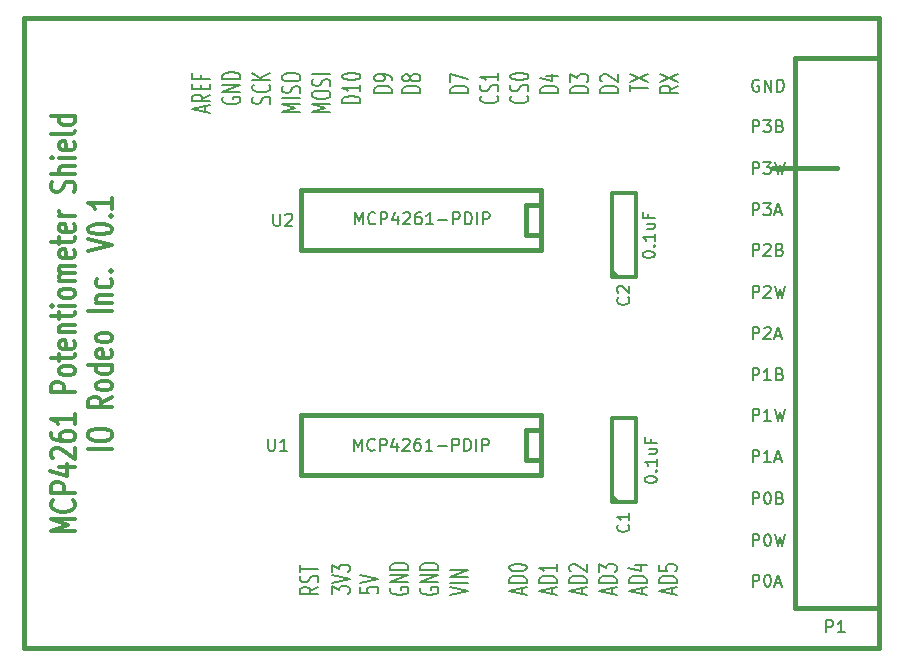
<source format=gto>
G04 (created by PCBNEW (2013-mar-13)-testing) date Sat 24 Aug 2013 07:59:04 PM PDT*
%MOIN*%
G04 Gerber Fmt 3.4, Leading zero omitted, Abs format*
%FSLAX34Y34*%
G01*
G70*
G90*
G04 APERTURE LIST*
%ADD10C,0.005906*%
%ADD11C,0.008000*%
%ADD12C,0.015000*%
%ADD13C,0.012000*%
G04 APERTURE END LIST*
G54D10*
G54D11*
X34295Y-27955D02*
X34295Y-27555D01*
X34447Y-27555D01*
X34485Y-27575D01*
X34504Y-27594D01*
X34523Y-27632D01*
X34523Y-27689D01*
X34504Y-27727D01*
X34485Y-27746D01*
X34447Y-27765D01*
X34295Y-27765D01*
X34771Y-27555D02*
X34809Y-27555D01*
X34847Y-27575D01*
X34866Y-27594D01*
X34885Y-27632D01*
X34904Y-27708D01*
X34904Y-27803D01*
X34885Y-27879D01*
X34866Y-27917D01*
X34847Y-27936D01*
X34809Y-27955D01*
X34771Y-27955D01*
X34733Y-27936D01*
X34714Y-27917D01*
X34695Y-27879D01*
X34676Y-27803D01*
X34676Y-27708D01*
X34695Y-27632D01*
X34714Y-27594D01*
X34733Y-27575D01*
X34771Y-27555D01*
X35057Y-27841D02*
X35247Y-27841D01*
X35019Y-27955D02*
X35152Y-27555D01*
X35285Y-27955D01*
X34295Y-26605D02*
X34295Y-26205D01*
X34447Y-26205D01*
X34485Y-26225D01*
X34504Y-26244D01*
X34523Y-26282D01*
X34523Y-26339D01*
X34504Y-26377D01*
X34485Y-26396D01*
X34447Y-26415D01*
X34295Y-26415D01*
X34771Y-26205D02*
X34809Y-26205D01*
X34847Y-26225D01*
X34866Y-26244D01*
X34885Y-26282D01*
X34904Y-26358D01*
X34904Y-26453D01*
X34885Y-26529D01*
X34866Y-26567D01*
X34847Y-26586D01*
X34809Y-26605D01*
X34771Y-26605D01*
X34733Y-26586D01*
X34714Y-26567D01*
X34695Y-26529D01*
X34676Y-26453D01*
X34676Y-26358D01*
X34695Y-26282D01*
X34714Y-26244D01*
X34733Y-26225D01*
X34771Y-26205D01*
X35038Y-26205D02*
X35133Y-26605D01*
X35209Y-26320D01*
X35285Y-26605D01*
X35380Y-26205D01*
X34295Y-25205D02*
X34295Y-24805D01*
X34447Y-24805D01*
X34485Y-24825D01*
X34504Y-24844D01*
X34523Y-24882D01*
X34523Y-24939D01*
X34504Y-24977D01*
X34485Y-24996D01*
X34447Y-25015D01*
X34295Y-25015D01*
X34771Y-24805D02*
X34809Y-24805D01*
X34847Y-24825D01*
X34866Y-24844D01*
X34885Y-24882D01*
X34904Y-24958D01*
X34904Y-25053D01*
X34885Y-25129D01*
X34866Y-25167D01*
X34847Y-25186D01*
X34809Y-25205D01*
X34771Y-25205D01*
X34733Y-25186D01*
X34714Y-25167D01*
X34695Y-25129D01*
X34676Y-25053D01*
X34676Y-24958D01*
X34695Y-24882D01*
X34714Y-24844D01*
X34733Y-24825D01*
X34771Y-24805D01*
X35209Y-24996D02*
X35266Y-25015D01*
X35285Y-25034D01*
X35304Y-25072D01*
X35304Y-25129D01*
X35285Y-25167D01*
X35266Y-25186D01*
X35228Y-25205D01*
X35076Y-25205D01*
X35076Y-24805D01*
X35209Y-24805D01*
X35247Y-24825D01*
X35266Y-24844D01*
X35285Y-24882D01*
X35285Y-24920D01*
X35266Y-24958D01*
X35247Y-24977D01*
X35209Y-24996D01*
X35076Y-24996D01*
X34295Y-23805D02*
X34295Y-23405D01*
X34447Y-23405D01*
X34485Y-23425D01*
X34504Y-23444D01*
X34523Y-23482D01*
X34523Y-23539D01*
X34504Y-23577D01*
X34485Y-23596D01*
X34447Y-23615D01*
X34295Y-23615D01*
X34904Y-23805D02*
X34676Y-23805D01*
X34790Y-23805D02*
X34790Y-23405D01*
X34752Y-23463D01*
X34714Y-23501D01*
X34676Y-23520D01*
X35057Y-23691D02*
X35247Y-23691D01*
X35019Y-23805D02*
X35152Y-23405D01*
X35285Y-23805D01*
X34295Y-22430D02*
X34295Y-22030D01*
X34447Y-22030D01*
X34485Y-22050D01*
X34504Y-22069D01*
X34523Y-22107D01*
X34523Y-22164D01*
X34504Y-22202D01*
X34485Y-22221D01*
X34447Y-22240D01*
X34295Y-22240D01*
X34904Y-22430D02*
X34676Y-22430D01*
X34790Y-22430D02*
X34790Y-22030D01*
X34752Y-22088D01*
X34714Y-22126D01*
X34676Y-22145D01*
X35038Y-22030D02*
X35133Y-22430D01*
X35209Y-22145D01*
X35285Y-22430D01*
X35380Y-22030D01*
X34295Y-21080D02*
X34295Y-20680D01*
X34447Y-20680D01*
X34485Y-20700D01*
X34504Y-20719D01*
X34523Y-20757D01*
X34523Y-20814D01*
X34504Y-20852D01*
X34485Y-20871D01*
X34447Y-20890D01*
X34295Y-20890D01*
X34904Y-21080D02*
X34676Y-21080D01*
X34790Y-21080D02*
X34790Y-20680D01*
X34752Y-20738D01*
X34714Y-20776D01*
X34676Y-20795D01*
X35209Y-20871D02*
X35266Y-20890D01*
X35285Y-20909D01*
X35304Y-20947D01*
X35304Y-21004D01*
X35285Y-21042D01*
X35266Y-21061D01*
X35228Y-21080D01*
X35076Y-21080D01*
X35076Y-20680D01*
X35209Y-20680D01*
X35247Y-20700D01*
X35266Y-20719D01*
X35285Y-20757D01*
X35285Y-20795D01*
X35266Y-20833D01*
X35247Y-20852D01*
X35209Y-20871D01*
X35076Y-20871D01*
X34295Y-19705D02*
X34295Y-19305D01*
X34447Y-19305D01*
X34485Y-19325D01*
X34504Y-19344D01*
X34523Y-19382D01*
X34523Y-19439D01*
X34504Y-19477D01*
X34485Y-19496D01*
X34447Y-19515D01*
X34295Y-19515D01*
X34676Y-19344D02*
X34695Y-19325D01*
X34733Y-19305D01*
X34828Y-19305D01*
X34866Y-19325D01*
X34885Y-19344D01*
X34904Y-19382D01*
X34904Y-19420D01*
X34885Y-19477D01*
X34657Y-19705D01*
X34904Y-19705D01*
X35057Y-19591D02*
X35247Y-19591D01*
X35019Y-19705D02*
X35152Y-19305D01*
X35285Y-19705D01*
X34295Y-18330D02*
X34295Y-17930D01*
X34447Y-17930D01*
X34485Y-17950D01*
X34504Y-17969D01*
X34523Y-18007D01*
X34523Y-18064D01*
X34504Y-18102D01*
X34485Y-18121D01*
X34447Y-18140D01*
X34295Y-18140D01*
X34676Y-17969D02*
X34695Y-17950D01*
X34733Y-17930D01*
X34828Y-17930D01*
X34866Y-17950D01*
X34885Y-17969D01*
X34904Y-18007D01*
X34904Y-18045D01*
X34885Y-18102D01*
X34657Y-18330D01*
X34904Y-18330D01*
X35038Y-17930D02*
X35133Y-18330D01*
X35209Y-18045D01*
X35285Y-18330D01*
X35380Y-17930D01*
X34295Y-16930D02*
X34295Y-16530D01*
X34447Y-16530D01*
X34485Y-16550D01*
X34504Y-16569D01*
X34523Y-16607D01*
X34523Y-16664D01*
X34504Y-16702D01*
X34485Y-16721D01*
X34447Y-16740D01*
X34295Y-16740D01*
X34676Y-16569D02*
X34695Y-16550D01*
X34733Y-16530D01*
X34828Y-16530D01*
X34866Y-16550D01*
X34885Y-16569D01*
X34904Y-16607D01*
X34904Y-16645D01*
X34885Y-16702D01*
X34657Y-16930D01*
X34904Y-16930D01*
X35209Y-16721D02*
X35266Y-16740D01*
X35285Y-16759D01*
X35304Y-16797D01*
X35304Y-16854D01*
X35285Y-16892D01*
X35266Y-16911D01*
X35228Y-16930D01*
X35076Y-16930D01*
X35076Y-16530D01*
X35209Y-16530D01*
X35247Y-16550D01*
X35266Y-16569D01*
X35285Y-16607D01*
X35285Y-16645D01*
X35266Y-16683D01*
X35247Y-16702D01*
X35209Y-16721D01*
X35076Y-16721D01*
X34295Y-15580D02*
X34295Y-15180D01*
X34447Y-15180D01*
X34485Y-15200D01*
X34504Y-15219D01*
X34523Y-15257D01*
X34523Y-15314D01*
X34504Y-15352D01*
X34485Y-15371D01*
X34447Y-15390D01*
X34295Y-15390D01*
X34657Y-15180D02*
X34904Y-15180D01*
X34771Y-15333D01*
X34828Y-15333D01*
X34866Y-15352D01*
X34885Y-15371D01*
X34904Y-15409D01*
X34904Y-15504D01*
X34885Y-15542D01*
X34866Y-15561D01*
X34828Y-15580D01*
X34714Y-15580D01*
X34676Y-15561D01*
X34657Y-15542D01*
X35057Y-15466D02*
X35247Y-15466D01*
X35019Y-15580D02*
X35152Y-15180D01*
X35285Y-15580D01*
X34295Y-14205D02*
X34295Y-13805D01*
X34447Y-13805D01*
X34485Y-13825D01*
X34504Y-13844D01*
X34523Y-13882D01*
X34523Y-13939D01*
X34504Y-13977D01*
X34485Y-13996D01*
X34447Y-14015D01*
X34295Y-14015D01*
X34657Y-13805D02*
X34904Y-13805D01*
X34771Y-13958D01*
X34828Y-13958D01*
X34866Y-13977D01*
X34885Y-13996D01*
X34904Y-14034D01*
X34904Y-14129D01*
X34885Y-14167D01*
X34866Y-14186D01*
X34828Y-14205D01*
X34714Y-14205D01*
X34676Y-14186D01*
X34657Y-14167D01*
X35038Y-13805D02*
X35133Y-14205D01*
X35209Y-13920D01*
X35285Y-14205D01*
X35380Y-13805D01*
X34295Y-12805D02*
X34295Y-12405D01*
X34447Y-12405D01*
X34485Y-12425D01*
X34504Y-12444D01*
X34523Y-12482D01*
X34523Y-12539D01*
X34504Y-12577D01*
X34485Y-12596D01*
X34447Y-12615D01*
X34295Y-12615D01*
X34657Y-12405D02*
X34904Y-12405D01*
X34771Y-12558D01*
X34828Y-12558D01*
X34866Y-12577D01*
X34885Y-12596D01*
X34904Y-12634D01*
X34904Y-12729D01*
X34885Y-12767D01*
X34866Y-12786D01*
X34828Y-12805D01*
X34714Y-12805D01*
X34676Y-12786D01*
X34657Y-12767D01*
X35209Y-12596D02*
X35266Y-12615D01*
X35285Y-12634D01*
X35304Y-12672D01*
X35304Y-12729D01*
X35285Y-12767D01*
X35266Y-12786D01*
X35228Y-12805D01*
X35076Y-12805D01*
X35076Y-12405D01*
X35209Y-12405D01*
X35247Y-12425D01*
X35266Y-12444D01*
X35285Y-12482D01*
X35285Y-12520D01*
X35266Y-12558D01*
X35247Y-12577D01*
X35209Y-12596D01*
X35076Y-12596D01*
G54D12*
X37120Y-13990D02*
X34960Y-13990D01*
G54D11*
X34504Y-11075D02*
X34466Y-11055D01*
X34409Y-11055D01*
X34352Y-11075D01*
X34314Y-11113D01*
X34295Y-11151D01*
X34276Y-11227D01*
X34276Y-11284D01*
X34295Y-11360D01*
X34314Y-11398D01*
X34352Y-11436D01*
X34409Y-11455D01*
X34447Y-11455D01*
X34504Y-11436D01*
X34523Y-11417D01*
X34523Y-11284D01*
X34447Y-11284D01*
X34695Y-11455D02*
X34695Y-11055D01*
X34923Y-11455D01*
X34923Y-11055D01*
X35114Y-11455D02*
X35114Y-11055D01*
X35209Y-11055D01*
X35266Y-11075D01*
X35304Y-11113D01*
X35323Y-11151D01*
X35342Y-11227D01*
X35342Y-11284D01*
X35323Y-11360D01*
X35304Y-11398D01*
X35266Y-11436D01*
X35209Y-11455D01*
X35114Y-11455D01*
G54D13*
X11711Y-26114D02*
X10911Y-26114D01*
X11483Y-25914D01*
X10911Y-25714D01*
X11711Y-25714D01*
X11635Y-25085D02*
X11673Y-25114D01*
X11711Y-25200D01*
X11711Y-25257D01*
X11673Y-25342D01*
X11597Y-25400D01*
X11521Y-25428D01*
X11369Y-25457D01*
X11254Y-25457D01*
X11102Y-25428D01*
X11026Y-25400D01*
X10950Y-25342D01*
X10911Y-25257D01*
X10911Y-25200D01*
X10950Y-25114D01*
X10988Y-25085D01*
X11711Y-24828D02*
X10911Y-24828D01*
X10911Y-24600D01*
X10950Y-24542D01*
X10988Y-24514D01*
X11064Y-24485D01*
X11178Y-24485D01*
X11254Y-24514D01*
X11292Y-24542D01*
X11330Y-24600D01*
X11330Y-24828D01*
X11178Y-23971D02*
X11711Y-23971D01*
X10873Y-24114D02*
X11445Y-24257D01*
X11445Y-23885D01*
X10988Y-23685D02*
X10950Y-23657D01*
X10911Y-23600D01*
X10911Y-23457D01*
X10950Y-23400D01*
X10988Y-23371D01*
X11064Y-23342D01*
X11140Y-23342D01*
X11254Y-23371D01*
X11711Y-23714D01*
X11711Y-23342D01*
X10911Y-22828D02*
X10911Y-22942D01*
X10950Y-23000D01*
X10988Y-23028D01*
X11102Y-23085D01*
X11254Y-23114D01*
X11559Y-23114D01*
X11635Y-23085D01*
X11673Y-23057D01*
X11711Y-23000D01*
X11711Y-22885D01*
X11673Y-22828D01*
X11635Y-22800D01*
X11559Y-22771D01*
X11369Y-22771D01*
X11292Y-22800D01*
X11254Y-22828D01*
X11216Y-22885D01*
X11216Y-23000D01*
X11254Y-23057D01*
X11292Y-23085D01*
X11369Y-23114D01*
X11711Y-22200D02*
X11711Y-22542D01*
X11711Y-22371D02*
X10911Y-22371D01*
X11026Y-22428D01*
X11102Y-22485D01*
X11140Y-22542D01*
X11711Y-21485D02*
X10911Y-21485D01*
X10911Y-21257D01*
X10950Y-21200D01*
X10988Y-21171D01*
X11064Y-21142D01*
X11178Y-21142D01*
X11254Y-21171D01*
X11292Y-21200D01*
X11330Y-21257D01*
X11330Y-21485D01*
X11711Y-20800D02*
X11673Y-20857D01*
X11635Y-20885D01*
X11559Y-20914D01*
X11330Y-20914D01*
X11254Y-20885D01*
X11216Y-20857D01*
X11178Y-20800D01*
X11178Y-20714D01*
X11216Y-20657D01*
X11254Y-20628D01*
X11330Y-20600D01*
X11559Y-20600D01*
X11635Y-20628D01*
X11673Y-20657D01*
X11711Y-20714D01*
X11711Y-20800D01*
X11178Y-20428D02*
X11178Y-20200D01*
X10911Y-20342D02*
X11597Y-20342D01*
X11673Y-20314D01*
X11711Y-20257D01*
X11711Y-20200D01*
X11673Y-19771D02*
X11711Y-19828D01*
X11711Y-19942D01*
X11673Y-20000D01*
X11597Y-20028D01*
X11292Y-20028D01*
X11216Y-20000D01*
X11178Y-19942D01*
X11178Y-19828D01*
X11216Y-19771D01*
X11292Y-19742D01*
X11369Y-19742D01*
X11445Y-20028D01*
X11178Y-19485D02*
X11711Y-19485D01*
X11254Y-19485D02*
X11216Y-19457D01*
X11178Y-19400D01*
X11178Y-19314D01*
X11216Y-19257D01*
X11292Y-19228D01*
X11711Y-19228D01*
X11178Y-19028D02*
X11178Y-18800D01*
X10911Y-18942D02*
X11597Y-18942D01*
X11673Y-18914D01*
X11711Y-18857D01*
X11711Y-18800D01*
X11711Y-18600D02*
X11178Y-18600D01*
X10911Y-18600D02*
X10950Y-18628D01*
X10988Y-18600D01*
X10950Y-18571D01*
X10911Y-18600D01*
X10988Y-18600D01*
X11711Y-18228D02*
X11673Y-18285D01*
X11635Y-18314D01*
X11559Y-18342D01*
X11330Y-18342D01*
X11254Y-18314D01*
X11216Y-18285D01*
X11178Y-18228D01*
X11178Y-18142D01*
X11216Y-18085D01*
X11254Y-18057D01*
X11330Y-18028D01*
X11559Y-18028D01*
X11635Y-18057D01*
X11673Y-18085D01*
X11711Y-18142D01*
X11711Y-18228D01*
X11711Y-17771D02*
X11178Y-17771D01*
X11254Y-17771D02*
X11216Y-17742D01*
X11178Y-17685D01*
X11178Y-17600D01*
X11216Y-17542D01*
X11292Y-17514D01*
X11711Y-17514D01*
X11292Y-17514D02*
X11216Y-17485D01*
X11178Y-17428D01*
X11178Y-17342D01*
X11216Y-17285D01*
X11292Y-17257D01*
X11711Y-17257D01*
X11673Y-16742D02*
X11711Y-16800D01*
X11711Y-16914D01*
X11673Y-16971D01*
X11597Y-17000D01*
X11292Y-17000D01*
X11216Y-16971D01*
X11178Y-16914D01*
X11178Y-16800D01*
X11216Y-16742D01*
X11292Y-16714D01*
X11369Y-16714D01*
X11445Y-17000D01*
X11178Y-16542D02*
X11178Y-16314D01*
X10911Y-16457D02*
X11597Y-16457D01*
X11673Y-16428D01*
X11711Y-16371D01*
X11711Y-16314D01*
X11673Y-15885D02*
X11711Y-15942D01*
X11711Y-16057D01*
X11673Y-16114D01*
X11597Y-16142D01*
X11292Y-16142D01*
X11216Y-16114D01*
X11178Y-16057D01*
X11178Y-15942D01*
X11216Y-15885D01*
X11292Y-15857D01*
X11369Y-15857D01*
X11445Y-16142D01*
X11711Y-15600D02*
X11178Y-15600D01*
X11330Y-15600D02*
X11254Y-15571D01*
X11216Y-15542D01*
X11178Y-15485D01*
X11178Y-15428D01*
X11673Y-14799D02*
X11711Y-14714D01*
X11711Y-14571D01*
X11673Y-14514D01*
X11635Y-14485D01*
X11559Y-14457D01*
X11483Y-14457D01*
X11407Y-14485D01*
X11369Y-14514D01*
X11330Y-14571D01*
X11292Y-14685D01*
X11254Y-14742D01*
X11216Y-14771D01*
X11140Y-14799D01*
X11064Y-14799D01*
X10988Y-14771D01*
X10950Y-14742D01*
X10911Y-14685D01*
X10911Y-14542D01*
X10950Y-14457D01*
X11711Y-14199D02*
X10911Y-14199D01*
X11711Y-13942D02*
X11292Y-13942D01*
X11216Y-13971D01*
X11178Y-14028D01*
X11178Y-14114D01*
X11216Y-14171D01*
X11254Y-14199D01*
X11711Y-13657D02*
X11178Y-13657D01*
X10911Y-13657D02*
X10950Y-13685D01*
X10988Y-13657D01*
X10950Y-13628D01*
X10911Y-13657D01*
X10988Y-13657D01*
X11673Y-13142D02*
X11711Y-13199D01*
X11711Y-13314D01*
X11673Y-13371D01*
X11597Y-13399D01*
X11292Y-13399D01*
X11216Y-13371D01*
X11178Y-13314D01*
X11178Y-13199D01*
X11216Y-13142D01*
X11292Y-13114D01*
X11369Y-13114D01*
X11445Y-13399D01*
X11711Y-12771D02*
X11673Y-12828D01*
X11597Y-12857D01*
X10911Y-12857D01*
X11711Y-12285D02*
X10911Y-12285D01*
X11673Y-12285D02*
X11711Y-12342D01*
X11711Y-12457D01*
X11673Y-12514D01*
X11635Y-12542D01*
X11559Y-12571D01*
X11330Y-12571D01*
X11254Y-12542D01*
X11216Y-12514D01*
X11178Y-12457D01*
X11178Y-12342D01*
X11216Y-12285D01*
X12951Y-23357D02*
X12151Y-23357D01*
X12151Y-22957D02*
X12151Y-22842D01*
X12190Y-22785D01*
X12266Y-22728D01*
X12418Y-22700D01*
X12685Y-22700D01*
X12837Y-22728D01*
X12913Y-22785D01*
X12951Y-22842D01*
X12951Y-22957D01*
X12913Y-23014D01*
X12837Y-23071D01*
X12685Y-23100D01*
X12418Y-23100D01*
X12266Y-23071D01*
X12190Y-23014D01*
X12151Y-22957D01*
X12951Y-21642D02*
X12570Y-21842D01*
X12951Y-21985D02*
X12151Y-21985D01*
X12151Y-21757D01*
X12190Y-21700D01*
X12228Y-21671D01*
X12304Y-21642D01*
X12418Y-21642D01*
X12494Y-21671D01*
X12532Y-21700D01*
X12570Y-21757D01*
X12570Y-21985D01*
X12951Y-21300D02*
X12913Y-21357D01*
X12875Y-21385D01*
X12799Y-21414D01*
X12570Y-21414D01*
X12494Y-21385D01*
X12456Y-21357D01*
X12418Y-21300D01*
X12418Y-21214D01*
X12456Y-21157D01*
X12494Y-21128D01*
X12570Y-21100D01*
X12799Y-21100D01*
X12875Y-21128D01*
X12913Y-21157D01*
X12951Y-21214D01*
X12951Y-21300D01*
X12951Y-20585D02*
X12151Y-20585D01*
X12913Y-20585D02*
X12951Y-20642D01*
X12951Y-20757D01*
X12913Y-20814D01*
X12875Y-20842D01*
X12799Y-20871D01*
X12570Y-20871D01*
X12494Y-20842D01*
X12456Y-20814D01*
X12418Y-20757D01*
X12418Y-20642D01*
X12456Y-20585D01*
X12913Y-20071D02*
X12951Y-20128D01*
X12951Y-20242D01*
X12913Y-20300D01*
X12837Y-20328D01*
X12532Y-20328D01*
X12456Y-20300D01*
X12418Y-20242D01*
X12418Y-20128D01*
X12456Y-20071D01*
X12532Y-20042D01*
X12609Y-20042D01*
X12685Y-20328D01*
X12951Y-19700D02*
X12913Y-19757D01*
X12875Y-19785D01*
X12799Y-19814D01*
X12570Y-19814D01*
X12494Y-19785D01*
X12456Y-19757D01*
X12418Y-19700D01*
X12418Y-19614D01*
X12456Y-19557D01*
X12494Y-19528D01*
X12570Y-19500D01*
X12799Y-19500D01*
X12875Y-19528D01*
X12913Y-19557D01*
X12951Y-19614D01*
X12951Y-19700D01*
X12951Y-18785D02*
X12151Y-18785D01*
X12418Y-18500D02*
X12951Y-18500D01*
X12494Y-18500D02*
X12456Y-18471D01*
X12418Y-18414D01*
X12418Y-18328D01*
X12456Y-18271D01*
X12532Y-18242D01*
X12951Y-18242D01*
X12913Y-17700D02*
X12951Y-17757D01*
X12951Y-17871D01*
X12913Y-17928D01*
X12875Y-17957D01*
X12799Y-17985D01*
X12570Y-17985D01*
X12494Y-17957D01*
X12456Y-17928D01*
X12418Y-17871D01*
X12418Y-17757D01*
X12456Y-17700D01*
X12875Y-17442D02*
X12913Y-17414D01*
X12951Y-17442D01*
X12913Y-17471D01*
X12875Y-17442D01*
X12951Y-17442D01*
X12151Y-16785D02*
X12951Y-16585D01*
X12151Y-16385D01*
X12151Y-16071D02*
X12151Y-16014D01*
X12190Y-15957D01*
X12228Y-15928D01*
X12304Y-15900D01*
X12456Y-15871D01*
X12647Y-15871D01*
X12799Y-15900D01*
X12875Y-15928D01*
X12913Y-15957D01*
X12951Y-16014D01*
X12951Y-16071D01*
X12913Y-16128D01*
X12875Y-16157D01*
X12799Y-16185D01*
X12647Y-16214D01*
X12456Y-16214D01*
X12304Y-16185D01*
X12228Y-16157D01*
X12190Y-16128D01*
X12151Y-16071D01*
X12875Y-15614D02*
X12913Y-15585D01*
X12951Y-15614D01*
X12913Y-15642D01*
X12875Y-15614D01*
X12951Y-15614D01*
X12951Y-15014D02*
X12951Y-15357D01*
X12951Y-15185D02*
X12151Y-15185D01*
X12266Y-15242D01*
X12342Y-15300D01*
X12380Y-15357D01*
G54D11*
X31600Y-28185D02*
X31600Y-27995D01*
X31771Y-28223D02*
X31171Y-28090D01*
X31771Y-27957D01*
X31771Y-27823D02*
X31171Y-27823D01*
X31171Y-27728D01*
X31200Y-27671D01*
X31257Y-27633D01*
X31314Y-27614D01*
X31428Y-27595D01*
X31514Y-27595D01*
X31628Y-27614D01*
X31685Y-27633D01*
X31742Y-27671D01*
X31771Y-27728D01*
X31771Y-27823D01*
X31171Y-27233D02*
X31171Y-27423D01*
X31457Y-27442D01*
X31428Y-27423D01*
X31400Y-27385D01*
X31400Y-27290D01*
X31428Y-27252D01*
X31457Y-27233D01*
X31514Y-27214D01*
X31657Y-27214D01*
X31714Y-27233D01*
X31742Y-27252D01*
X31771Y-27290D01*
X31771Y-27385D01*
X31742Y-27423D01*
X31714Y-27442D01*
X30600Y-28185D02*
X30600Y-27995D01*
X30771Y-28223D02*
X30171Y-28090D01*
X30771Y-27957D01*
X30771Y-27823D02*
X30171Y-27823D01*
X30171Y-27728D01*
X30200Y-27671D01*
X30257Y-27633D01*
X30314Y-27614D01*
X30428Y-27595D01*
X30514Y-27595D01*
X30628Y-27614D01*
X30685Y-27633D01*
X30742Y-27671D01*
X30771Y-27728D01*
X30771Y-27823D01*
X30371Y-27252D02*
X30771Y-27252D01*
X30142Y-27347D02*
X30571Y-27442D01*
X30571Y-27195D01*
X29600Y-28185D02*
X29600Y-27995D01*
X29771Y-28223D02*
X29171Y-28090D01*
X29771Y-27957D01*
X29771Y-27823D02*
X29171Y-27823D01*
X29171Y-27728D01*
X29200Y-27671D01*
X29257Y-27633D01*
X29314Y-27614D01*
X29428Y-27595D01*
X29514Y-27595D01*
X29628Y-27614D01*
X29685Y-27633D01*
X29742Y-27671D01*
X29771Y-27728D01*
X29771Y-27823D01*
X29171Y-27461D02*
X29171Y-27214D01*
X29400Y-27347D01*
X29400Y-27290D01*
X29428Y-27252D01*
X29457Y-27233D01*
X29514Y-27214D01*
X29657Y-27214D01*
X29714Y-27233D01*
X29742Y-27252D01*
X29771Y-27290D01*
X29771Y-27404D01*
X29742Y-27442D01*
X29714Y-27461D01*
X28600Y-28185D02*
X28600Y-27995D01*
X28771Y-28223D02*
X28171Y-28090D01*
X28771Y-27957D01*
X28771Y-27823D02*
X28171Y-27823D01*
X28171Y-27728D01*
X28200Y-27671D01*
X28257Y-27633D01*
X28314Y-27614D01*
X28428Y-27595D01*
X28514Y-27595D01*
X28628Y-27614D01*
X28685Y-27633D01*
X28742Y-27671D01*
X28771Y-27728D01*
X28771Y-27823D01*
X28228Y-27442D02*
X28200Y-27423D01*
X28171Y-27385D01*
X28171Y-27290D01*
X28200Y-27252D01*
X28228Y-27233D01*
X28285Y-27214D01*
X28342Y-27214D01*
X28428Y-27233D01*
X28771Y-27461D01*
X28771Y-27214D01*
X27600Y-28185D02*
X27600Y-27995D01*
X27771Y-28223D02*
X27171Y-28090D01*
X27771Y-27957D01*
X27771Y-27823D02*
X27171Y-27823D01*
X27171Y-27728D01*
X27200Y-27671D01*
X27257Y-27633D01*
X27314Y-27614D01*
X27428Y-27595D01*
X27514Y-27595D01*
X27628Y-27614D01*
X27685Y-27633D01*
X27742Y-27671D01*
X27771Y-27728D01*
X27771Y-27823D01*
X27771Y-27214D02*
X27771Y-27442D01*
X27771Y-27328D02*
X27171Y-27328D01*
X27257Y-27366D01*
X27314Y-27404D01*
X27342Y-27442D01*
X26600Y-28185D02*
X26600Y-27995D01*
X26771Y-28223D02*
X26171Y-28090D01*
X26771Y-27957D01*
X26771Y-27823D02*
X26171Y-27823D01*
X26171Y-27728D01*
X26200Y-27671D01*
X26257Y-27633D01*
X26314Y-27614D01*
X26428Y-27595D01*
X26514Y-27595D01*
X26628Y-27614D01*
X26685Y-27633D01*
X26742Y-27671D01*
X26771Y-27728D01*
X26771Y-27823D01*
X26171Y-27347D02*
X26171Y-27309D01*
X26200Y-27271D01*
X26228Y-27252D01*
X26285Y-27233D01*
X26400Y-27214D01*
X26542Y-27214D01*
X26657Y-27233D01*
X26714Y-27252D01*
X26742Y-27271D01*
X26771Y-27309D01*
X26771Y-27347D01*
X26742Y-27385D01*
X26714Y-27404D01*
X26657Y-27423D01*
X26542Y-27442D01*
X26400Y-27442D01*
X26285Y-27423D01*
X26228Y-27404D01*
X26200Y-27385D01*
X26171Y-27347D01*
X24221Y-28238D02*
X24821Y-28104D01*
X24221Y-27971D01*
X24821Y-27838D02*
X24221Y-27838D01*
X24821Y-27647D02*
X24221Y-27647D01*
X24821Y-27419D01*
X24221Y-27419D01*
X23250Y-28004D02*
X23221Y-28042D01*
X23221Y-28100D01*
X23250Y-28157D01*
X23307Y-28195D01*
X23364Y-28214D01*
X23478Y-28233D01*
X23564Y-28233D01*
X23678Y-28214D01*
X23735Y-28195D01*
X23792Y-28157D01*
X23821Y-28100D01*
X23821Y-28061D01*
X23792Y-28004D01*
X23764Y-27985D01*
X23564Y-27985D01*
X23564Y-28061D01*
X23821Y-27814D02*
X23221Y-27814D01*
X23821Y-27585D01*
X23221Y-27585D01*
X23821Y-27395D02*
X23221Y-27395D01*
X23221Y-27299D01*
X23250Y-27242D01*
X23307Y-27204D01*
X23364Y-27185D01*
X23478Y-27166D01*
X23564Y-27166D01*
X23678Y-27185D01*
X23735Y-27204D01*
X23792Y-27242D01*
X23821Y-27299D01*
X23821Y-27395D01*
X22250Y-28004D02*
X22221Y-28042D01*
X22221Y-28100D01*
X22250Y-28157D01*
X22307Y-28195D01*
X22364Y-28214D01*
X22478Y-28233D01*
X22564Y-28233D01*
X22678Y-28214D01*
X22735Y-28195D01*
X22792Y-28157D01*
X22821Y-28100D01*
X22821Y-28061D01*
X22792Y-28004D01*
X22764Y-27985D01*
X22564Y-27985D01*
X22564Y-28061D01*
X22821Y-27814D02*
X22221Y-27814D01*
X22821Y-27585D01*
X22221Y-27585D01*
X22821Y-27395D02*
X22221Y-27395D01*
X22221Y-27299D01*
X22250Y-27242D01*
X22307Y-27204D01*
X22364Y-27185D01*
X22478Y-27166D01*
X22564Y-27166D01*
X22678Y-27185D01*
X22735Y-27204D01*
X22792Y-27242D01*
X22821Y-27299D01*
X22821Y-27395D01*
X21221Y-27976D02*
X21221Y-28166D01*
X21507Y-28185D01*
X21478Y-28166D01*
X21450Y-28128D01*
X21450Y-28033D01*
X21478Y-27995D01*
X21507Y-27976D01*
X21564Y-27957D01*
X21707Y-27957D01*
X21764Y-27976D01*
X21792Y-27995D01*
X21821Y-28033D01*
X21821Y-28128D01*
X21792Y-28166D01*
X21764Y-28185D01*
X21221Y-27842D02*
X21821Y-27709D01*
X21221Y-27576D01*
X20271Y-28195D02*
X20271Y-27947D01*
X20500Y-28080D01*
X20500Y-28023D01*
X20528Y-27985D01*
X20557Y-27966D01*
X20614Y-27947D01*
X20757Y-27947D01*
X20814Y-27966D01*
X20842Y-27985D01*
X20871Y-28023D01*
X20871Y-28138D01*
X20842Y-28176D01*
X20814Y-28195D01*
X20271Y-27833D02*
X20871Y-27699D01*
X20271Y-27566D01*
X20271Y-27471D02*
X20271Y-27223D01*
X20500Y-27357D01*
X20500Y-27300D01*
X20528Y-27261D01*
X20557Y-27242D01*
X20614Y-27223D01*
X20757Y-27223D01*
X20814Y-27242D01*
X20842Y-27261D01*
X20871Y-27300D01*
X20871Y-27414D01*
X20842Y-27452D01*
X20814Y-27471D01*
X19821Y-27969D02*
X19535Y-28102D01*
X19821Y-28197D02*
X19221Y-28197D01*
X19221Y-28045D01*
X19250Y-28007D01*
X19278Y-27988D01*
X19335Y-27969D01*
X19421Y-27969D01*
X19478Y-27988D01*
X19507Y-28007D01*
X19535Y-28045D01*
X19535Y-28197D01*
X19792Y-27816D02*
X19821Y-27759D01*
X19821Y-27664D01*
X19792Y-27626D01*
X19764Y-27607D01*
X19707Y-27588D01*
X19650Y-27588D01*
X19592Y-27607D01*
X19564Y-27626D01*
X19535Y-27664D01*
X19507Y-27740D01*
X19478Y-27778D01*
X19450Y-27797D01*
X19392Y-27816D01*
X19335Y-27816D01*
X19278Y-27797D01*
X19250Y-27778D01*
X19221Y-27740D01*
X19221Y-27645D01*
X19250Y-27588D01*
X19221Y-27473D02*
X19221Y-27245D01*
X19821Y-27359D02*
X19221Y-27359D01*
X31821Y-11266D02*
X31535Y-11399D01*
X31821Y-11495D02*
X31221Y-11495D01*
X31221Y-11342D01*
X31250Y-11304D01*
X31278Y-11285D01*
X31335Y-11266D01*
X31421Y-11266D01*
X31478Y-11285D01*
X31507Y-11304D01*
X31535Y-11342D01*
X31535Y-11495D01*
X31221Y-11133D02*
X31821Y-10866D01*
X31221Y-10866D02*
X31821Y-11133D01*
X30221Y-11454D02*
X30221Y-11226D01*
X30821Y-11340D02*
X30221Y-11340D01*
X30221Y-11130D02*
X30821Y-10864D01*
X30221Y-10864D02*
X30821Y-11130D01*
X29821Y-11495D02*
X29221Y-11495D01*
X29221Y-11399D01*
X29250Y-11342D01*
X29307Y-11304D01*
X29364Y-11285D01*
X29478Y-11266D01*
X29564Y-11266D01*
X29678Y-11285D01*
X29735Y-11304D01*
X29792Y-11342D01*
X29821Y-11399D01*
X29821Y-11495D01*
X29278Y-11114D02*
X29250Y-11095D01*
X29221Y-11057D01*
X29221Y-10961D01*
X29250Y-10923D01*
X29278Y-10904D01*
X29335Y-10885D01*
X29392Y-10885D01*
X29478Y-10904D01*
X29821Y-11133D01*
X29821Y-10885D01*
X28821Y-11495D02*
X28221Y-11495D01*
X28221Y-11399D01*
X28250Y-11342D01*
X28307Y-11304D01*
X28364Y-11285D01*
X28478Y-11266D01*
X28564Y-11266D01*
X28678Y-11285D01*
X28735Y-11304D01*
X28792Y-11342D01*
X28821Y-11399D01*
X28821Y-11495D01*
X28221Y-11133D02*
X28221Y-10885D01*
X28450Y-11019D01*
X28450Y-10961D01*
X28478Y-10923D01*
X28507Y-10904D01*
X28564Y-10885D01*
X28707Y-10885D01*
X28764Y-10904D01*
X28792Y-10923D01*
X28821Y-10961D01*
X28821Y-11076D01*
X28792Y-11114D01*
X28764Y-11133D01*
X27821Y-11495D02*
X27221Y-11495D01*
X27221Y-11399D01*
X27250Y-11342D01*
X27307Y-11304D01*
X27364Y-11285D01*
X27478Y-11266D01*
X27564Y-11266D01*
X27678Y-11285D01*
X27735Y-11304D01*
X27792Y-11342D01*
X27821Y-11399D01*
X27821Y-11495D01*
X27421Y-10923D02*
X27821Y-10923D01*
X27192Y-11019D02*
X27621Y-11114D01*
X27621Y-10866D01*
X26764Y-11607D02*
X26792Y-11626D01*
X26821Y-11683D01*
X26821Y-11721D01*
X26792Y-11778D01*
X26735Y-11816D01*
X26678Y-11835D01*
X26564Y-11854D01*
X26478Y-11854D01*
X26364Y-11835D01*
X26307Y-11816D01*
X26250Y-11778D01*
X26221Y-11721D01*
X26221Y-11683D01*
X26250Y-11626D01*
X26278Y-11607D01*
X26792Y-11454D02*
X26821Y-11397D01*
X26821Y-11302D01*
X26792Y-11264D01*
X26764Y-11245D01*
X26707Y-11226D01*
X26650Y-11226D01*
X26592Y-11245D01*
X26564Y-11264D01*
X26535Y-11302D01*
X26507Y-11378D01*
X26478Y-11416D01*
X26450Y-11435D01*
X26392Y-11454D01*
X26335Y-11454D01*
X26278Y-11435D01*
X26250Y-11416D01*
X26221Y-11378D01*
X26221Y-11283D01*
X26250Y-11226D01*
X26221Y-10978D02*
X26221Y-10940D01*
X26250Y-10902D01*
X26278Y-10883D01*
X26335Y-10864D01*
X26450Y-10845D01*
X26592Y-10845D01*
X26707Y-10864D01*
X26764Y-10883D01*
X26792Y-10902D01*
X26821Y-10940D01*
X26821Y-10978D01*
X26792Y-11016D01*
X26764Y-11035D01*
X26707Y-11054D01*
X26592Y-11073D01*
X26450Y-11073D01*
X26335Y-11054D01*
X26278Y-11035D01*
X26250Y-11016D01*
X26221Y-10978D01*
X25764Y-11607D02*
X25792Y-11626D01*
X25821Y-11683D01*
X25821Y-11721D01*
X25792Y-11778D01*
X25735Y-11816D01*
X25678Y-11835D01*
X25564Y-11854D01*
X25478Y-11854D01*
X25364Y-11835D01*
X25307Y-11816D01*
X25250Y-11778D01*
X25221Y-11721D01*
X25221Y-11683D01*
X25250Y-11626D01*
X25278Y-11607D01*
X25792Y-11454D02*
X25821Y-11397D01*
X25821Y-11302D01*
X25792Y-11264D01*
X25764Y-11245D01*
X25707Y-11226D01*
X25650Y-11226D01*
X25592Y-11245D01*
X25564Y-11264D01*
X25535Y-11302D01*
X25507Y-11378D01*
X25478Y-11416D01*
X25450Y-11435D01*
X25392Y-11454D01*
X25335Y-11454D01*
X25278Y-11435D01*
X25250Y-11416D01*
X25221Y-11378D01*
X25221Y-11283D01*
X25250Y-11226D01*
X25821Y-10845D02*
X25821Y-11073D01*
X25821Y-10959D02*
X25221Y-10959D01*
X25307Y-10997D01*
X25364Y-11035D01*
X25392Y-11073D01*
X24821Y-11495D02*
X24221Y-11495D01*
X24221Y-11399D01*
X24250Y-11342D01*
X24307Y-11304D01*
X24364Y-11285D01*
X24478Y-11266D01*
X24564Y-11266D01*
X24678Y-11285D01*
X24735Y-11304D01*
X24792Y-11342D01*
X24821Y-11399D01*
X24821Y-11495D01*
X24221Y-11133D02*
X24221Y-10866D01*
X24821Y-11038D01*
X23221Y-11495D02*
X22621Y-11495D01*
X22621Y-11399D01*
X22650Y-11342D01*
X22707Y-11304D01*
X22764Y-11285D01*
X22878Y-11266D01*
X22964Y-11266D01*
X23078Y-11285D01*
X23135Y-11304D01*
X23192Y-11342D01*
X23221Y-11399D01*
X23221Y-11495D01*
X22878Y-11038D02*
X22850Y-11076D01*
X22821Y-11095D01*
X22764Y-11114D01*
X22735Y-11114D01*
X22678Y-11095D01*
X22650Y-11076D01*
X22621Y-11038D01*
X22621Y-10961D01*
X22650Y-10923D01*
X22678Y-10904D01*
X22735Y-10885D01*
X22764Y-10885D01*
X22821Y-10904D01*
X22850Y-10923D01*
X22878Y-10961D01*
X22878Y-11038D01*
X22907Y-11076D01*
X22935Y-11095D01*
X22992Y-11114D01*
X23107Y-11114D01*
X23164Y-11095D01*
X23192Y-11076D01*
X23221Y-11038D01*
X23221Y-10961D01*
X23192Y-10923D01*
X23164Y-10904D01*
X23107Y-10885D01*
X22992Y-10885D01*
X22935Y-10904D01*
X22907Y-10923D01*
X22878Y-10961D01*
X22271Y-11495D02*
X21671Y-11495D01*
X21671Y-11399D01*
X21700Y-11342D01*
X21757Y-11304D01*
X21814Y-11285D01*
X21928Y-11266D01*
X22014Y-11266D01*
X22128Y-11285D01*
X22185Y-11304D01*
X22242Y-11342D01*
X22271Y-11399D01*
X22271Y-11495D01*
X22271Y-11076D02*
X22271Y-10999D01*
X22242Y-10961D01*
X22214Y-10942D01*
X22128Y-10904D01*
X22014Y-10885D01*
X21785Y-10885D01*
X21728Y-10904D01*
X21700Y-10923D01*
X21671Y-10961D01*
X21671Y-11038D01*
X21700Y-11076D01*
X21728Y-11095D01*
X21785Y-11114D01*
X21928Y-11114D01*
X21985Y-11095D01*
X22014Y-11076D01*
X22042Y-11038D01*
X22042Y-10961D01*
X22014Y-10923D01*
X21985Y-10904D01*
X21928Y-10885D01*
X21221Y-11835D02*
X20621Y-11835D01*
X20621Y-11740D01*
X20650Y-11683D01*
X20707Y-11645D01*
X20764Y-11626D01*
X20878Y-11607D01*
X20964Y-11607D01*
X21078Y-11626D01*
X21135Y-11645D01*
X21192Y-11683D01*
X21221Y-11740D01*
X21221Y-11835D01*
X21221Y-11226D02*
X21221Y-11454D01*
X21221Y-11340D02*
X20621Y-11340D01*
X20707Y-11378D01*
X20764Y-11416D01*
X20792Y-11454D01*
X20621Y-10978D02*
X20621Y-10940D01*
X20650Y-10902D01*
X20678Y-10883D01*
X20735Y-10864D01*
X20850Y-10845D01*
X20992Y-10845D01*
X21107Y-10864D01*
X21164Y-10883D01*
X21192Y-10902D01*
X21221Y-10940D01*
X21221Y-10978D01*
X21192Y-11016D01*
X21164Y-11035D01*
X21107Y-11054D01*
X20992Y-11073D01*
X20850Y-11073D01*
X20735Y-11054D01*
X20678Y-11035D01*
X20650Y-11016D01*
X20621Y-10978D01*
X20221Y-12128D02*
X19621Y-12128D01*
X20050Y-11995D01*
X19621Y-11861D01*
X20221Y-11861D01*
X19621Y-11595D02*
X19621Y-11519D01*
X19650Y-11480D01*
X19707Y-11442D01*
X19821Y-11423D01*
X20021Y-11423D01*
X20135Y-11442D01*
X20192Y-11480D01*
X20221Y-11519D01*
X20221Y-11595D01*
X20192Y-11633D01*
X20135Y-11671D01*
X20021Y-11690D01*
X19821Y-11690D01*
X19707Y-11671D01*
X19650Y-11633D01*
X19621Y-11595D01*
X20192Y-11271D02*
X20221Y-11214D01*
X20221Y-11119D01*
X20192Y-11080D01*
X20164Y-11061D01*
X20107Y-11042D01*
X20050Y-11042D01*
X19992Y-11061D01*
X19964Y-11080D01*
X19935Y-11119D01*
X19907Y-11195D01*
X19878Y-11233D01*
X19850Y-11252D01*
X19792Y-11271D01*
X19735Y-11271D01*
X19678Y-11252D01*
X19650Y-11233D01*
X19621Y-11195D01*
X19621Y-11100D01*
X19650Y-11042D01*
X20221Y-10871D02*
X19621Y-10871D01*
X19221Y-12128D02*
X18621Y-12128D01*
X19050Y-11995D01*
X18621Y-11861D01*
X19221Y-11861D01*
X19221Y-11671D02*
X18621Y-11671D01*
X19192Y-11499D02*
X19221Y-11442D01*
X19221Y-11347D01*
X19192Y-11309D01*
X19164Y-11290D01*
X19107Y-11271D01*
X19050Y-11271D01*
X18992Y-11290D01*
X18964Y-11309D01*
X18935Y-11347D01*
X18907Y-11423D01*
X18878Y-11461D01*
X18850Y-11480D01*
X18792Y-11499D01*
X18735Y-11499D01*
X18678Y-11480D01*
X18650Y-11461D01*
X18621Y-11423D01*
X18621Y-11328D01*
X18650Y-11271D01*
X18621Y-11023D02*
X18621Y-10947D01*
X18650Y-10909D01*
X18707Y-10871D01*
X18821Y-10852D01*
X19021Y-10852D01*
X19135Y-10871D01*
X19192Y-10909D01*
X19221Y-10947D01*
X19221Y-11023D01*
X19192Y-11061D01*
X19135Y-11099D01*
X19021Y-11119D01*
X18821Y-11119D01*
X18707Y-11099D01*
X18650Y-11061D01*
X18621Y-11023D01*
X18192Y-11864D02*
X18221Y-11807D01*
X18221Y-11711D01*
X18192Y-11673D01*
X18164Y-11654D01*
X18107Y-11635D01*
X18050Y-11635D01*
X17992Y-11654D01*
X17964Y-11673D01*
X17935Y-11711D01*
X17907Y-11788D01*
X17878Y-11826D01*
X17850Y-11845D01*
X17792Y-11864D01*
X17735Y-11864D01*
X17678Y-11845D01*
X17650Y-11826D01*
X17621Y-11788D01*
X17621Y-11692D01*
X17650Y-11635D01*
X18164Y-11235D02*
X18192Y-11254D01*
X18221Y-11311D01*
X18221Y-11350D01*
X18192Y-11407D01*
X18135Y-11445D01*
X18078Y-11464D01*
X17964Y-11483D01*
X17878Y-11483D01*
X17764Y-11464D01*
X17707Y-11445D01*
X17650Y-11407D01*
X17621Y-11350D01*
X17621Y-11311D01*
X17650Y-11254D01*
X17678Y-11235D01*
X18221Y-11064D02*
X17621Y-11064D01*
X18221Y-10835D02*
X17878Y-11007D01*
X17621Y-10835D02*
X17964Y-11064D01*
X16650Y-11654D02*
X16621Y-11692D01*
X16621Y-11750D01*
X16650Y-11807D01*
X16707Y-11845D01*
X16764Y-11864D01*
X16878Y-11883D01*
X16964Y-11883D01*
X17078Y-11864D01*
X17135Y-11845D01*
X17192Y-11807D01*
X17221Y-11750D01*
X17221Y-11711D01*
X17192Y-11654D01*
X17164Y-11635D01*
X16964Y-11635D01*
X16964Y-11711D01*
X17221Y-11464D02*
X16621Y-11464D01*
X17221Y-11235D01*
X16621Y-11235D01*
X17221Y-11045D02*
X16621Y-11045D01*
X16621Y-10949D01*
X16650Y-10892D01*
X16707Y-10854D01*
X16764Y-10835D01*
X16878Y-10816D01*
X16964Y-10816D01*
X17078Y-10835D01*
X17135Y-10854D01*
X17192Y-10892D01*
X17221Y-10949D01*
X17221Y-11045D01*
X16050Y-12147D02*
X16050Y-11957D01*
X16221Y-12185D02*
X15621Y-12052D01*
X16221Y-11919D01*
X16221Y-11557D02*
X15935Y-11690D01*
X16221Y-11785D02*
X15621Y-11785D01*
X15621Y-11633D01*
X15650Y-11595D01*
X15678Y-11576D01*
X15735Y-11557D01*
X15821Y-11557D01*
X15878Y-11576D01*
X15907Y-11595D01*
X15935Y-11633D01*
X15935Y-11785D01*
X15907Y-11385D02*
X15907Y-11252D01*
X16221Y-11195D02*
X16221Y-11385D01*
X15621Y-11385D01*
X15621Y-11195D01*
X15907Y-10890D02*
X15907Y-11023D01*
X16221Y-11023D02*
X15621Y-11023D01*
X15621Y-10833D01*
G54D12*
X38500Y-9000D02*
X38500Y-30000D01*
X37500Y-30000D02*
X38500Y-30000D01*
X37500Y-9000D02*
X38500Y-9000D01*
X37500Y-9000D02*
X10000Y-9000D01*
X10000Y-30000D02*
X37500Y-30000D01*
X10000Y-30000D02*
X10000Y-9000D01*
X27250Y-24250D02*
X19250Y-24250D01*
X19250Y-22250D02*
X27250Y-22250D01*
X27250Y-22250D02*
X27250Y-24250D01*
X27250Y-23750D02*
X26750Y-23750D01*
X26750Y-23750D02*
X26750Y-22750D01*
X26750Y-22750D02*
X27250Y-22750D01*
X19250Y-24250D02*
X19250Y-22250D01*
X27250Y-16750D02*
X19250Y-16750D01*
X19250Y-14750D02*
X27250Y-14750D01*
X27250Y-14750D02*
X27250Y-16750D01*
X27250Y-16250D02*
X26750Y-16250D01*
X26750Y-16250D02*
X26750Y-15250D01*
X26750Y-15250D02*
X27250Y-15250D01*
X19250Y-16750D02*
X19250Y-14750D01*
G54D13*
X29600Y-25150D02*
X29600Y-22350D01*
X29600Y-22350D02*
X30400Y-22350D01*
X30400Y-22350D02*
X30400Y-25150D01*
X30400Y-25150D02*
X29600Y-25150D01*
X29800Y-25150D02*
X29600Y-24950D01*
X29600Y-17650D02*
X29600Y-14850D01*
X29600Y-14850D02*
X30400Y-14850D01*
X30400Y-14850D02*
X30400Y-17650D01*
X30400Y-17650D02*
X29600Y-17650D01*
X29800Y-17650D02*
X29600Y-17450D01*
G54D12*
X35708Y-10326D02*
X35708Y-28673D01*
X38502Y-10327D02*
X38502Y-28673D01*
X35707Y-28674D02*
X38463Y-28674D01*
X35708Y-10325D02*
X38503Y-10325D01*
G54D11*
X18145Y-23030D02*
X18145Y-23354D01*
X18164Y-23392D01*
X18183Y-23411D01*
X18221Y-23430D01*
X18297Y-23430D01*
X18335Y-23411D01*
X18354Y-23392D01*
X18373Y-23354D01*
X18373Y-23030D01*
X18773Y-23430D02*
X18545Y-23430D01*
X18659Y-23430D02*
X18659Y-23030D01*
X18621Y-23088D01*
X18583Y-23126D01*
X18545Y-23145D01*
X21011Y-23430D02*
X21011Y-23030D01*
X21145Y-23316D01*
X21278Y-23030D01*
X21278Y-23430D01*
X21697Y-23392D02*
X21678Y-23411D01*
X21621Y-23430D01*
X21583Y-23430D01*
X21526Y-23411D01*
X21488Y-23373D01*
X21469Y-23335D01*
X21450Y-23259D01*
X21450Y-23202D01*
X21469Y-23126D01*
X21488Y-23088D01*
X21526Y-23050D01*
X21583Y-23030D01*
X21621Y-23030D01*
X21678Y-23050D01*
X21697Y-23069D01*
X21869Y-23430D02*
X21869Y-23030D01*
X22021Y-23030D01*
X22059Y-23050D01*
X22078Y-23069D01*
X22097Y-23107D01*
X22097Y-23164D01*
X22078Y-23202D01*
X22059Y-23221D01*
X22021Y-23240D01*
X21869Y-23240D01*
X22440Y-23164D02*
X22440Y-23430D01*
X22345Y-23011D02*
X22250Y-23297D01*
X22497Y-23297D01*
X22630Y-23069D02*
X22650Y-23050D01*
X22688Y-23030D01*
X22783Y-23030D01*
X22821Y-23050D01*
X22840Y-23069D01*
X22859Y-23107D01*
X22859Y-23145D01*
X22840Y-23202D01*
X22611Y-23430D01*
X22859Y-23430D01*
X23202Y-23030D02*
X23126Y-23030D01*
X23088Y-23050D01*
X23069Y-23069D01*
X23030Y-23126D01*
X23011Y-23202D01*
X23011Y-23354D01*
X23030Y-23392D01*
X23050Y-23411D01*
X23088Y-23430D01*
X23164Y-23430D01*
X23202Y-23411D01*
X23221Y-23392D01*
X23240Y-23354D01*
X23240Y-23259D01*
X23221Y-23221D01*
X23202Y-23202D01*
X23164Y-23183D01*
X23088Y-23183D01*
X23050Y-23202D01*
X23030Y-23221D01*
X23011Y-23259D01*
X23621Y-23430D02*
X23392Y-23430D01*
X23507Y-23430D02*
X23507Y-23030D01*
X23469Y-23088D01*
X23430Y-23126D01*
X23392Y-23145D01*
X23792Y-23278D02*
X24097Y-23278D01*
X24288Y-23430D02*
X24288Y-23030D01*
X24440Y-23030D01*
X24478Y-23050D01*
X24497Y-23069D01*
X24516Y-23107D01*
X24516Y-23164D01*
X24497Y-23202D01*
X24478Y-23221D01*
X24440Y-23240D01*
X24288Y-23240D01*
X24688Y-23430D02*
X24688Y-23030D01*
X24783Y-23030D01*
X24840Y-23050D01*
X24878Y-23088D01*
X24897Y-23126D01*
X24916Y-23202D01*
X24916Y-23259D01*
X24897Y-23335D01*
X24878Y-23373D01*
X24840Y-23411D01*
X24783Y-23430D01*
X24688Y-23430D01*
X25088Y-23430D02*
X25088Y-23030D01*
X25278Y-23430D02*
X25278Y-23030D01*
X25430Y-23030D01*
X25469Y-23050D01*
X25488Y-23069D01*
X25507Y-23107D01*
X25507Y-23164D01*
X25488Y-23202D01*
X25469Y-23221D01*
X25430Y-23240D01*
X25278Y-23240D01*
X18320Y-15530D02*
X18320Y-15854D01*
X18339Y-15892D01*
X18358Y-15911D01*
X18396Y-15930D01*
X18472Y-15930D01*
X18510Y-15911D01*
X18529Y-15892D01*
X18548Y-15854D01*
X18548Y-15530D01*
X18720Y-15569D02*
X18739Y-15550D01*
X18777Y-15530D01*
X18872Y-15530D01*
X18910Y-15550D01*
X18929Y-15569D01*
X18948Y-15607D01*
X18948Y-15645D01*
X18929Y-15702D01*
X18701Y-15930D01*
X18948Y-15930D01*
X21036Y-15880D02*
X21036Y-15480D01*
X21170Y-15766D01*
X21303Y-15480D01*
X21303Y-15880D01*
X21722Y-15842D02*
X21703Y-15861D01*
X21646Y-15880D01*
X21608Y-15880D01*
X21551Y-15861D01*
X21513Y-15823D01*
X21494Y-15785D01*
X21475Y-15709D01*
X21475Y-15652D01*
X21494Y-15576D01*
X21513Y-15538D01*
X21551Y-15500D01*
X21608Y-15480D01*
X21646Y-15480D01*
X21703Y-15500D01*
X21722Y-15519D01*
X21894Y-15880D02*
X21894Y-15480D01*
X22046Y-15480D01*
X22084Y-15500D01*
X22103Y-15519D01*
X22122Y-15557D01*
X22122Y-15614D01*
X22103Y-15652D01*
X22084Y-15671D01*
X22046Y-15690D01*
X21894Y-15690D01*
X22465Y-15614D02*
X22465Y-15880D01*
X22370Y-15461D02*
X22275Y-15747D01*
X22522Y-15747D01*
X22655Y-15519D02*
X22675Y-15500D01*
X22713Y-15480D01*
X22808Y-15480D01*
X22846Y-15500D01*
X22865Y-15519D01*
X22884Y-15557D01*
X22884Y-15595D01*
X22865Y-15652D01*
X22636Y-15880D01*
X22884Y-15880D01*
X23227Y-15480D02*
X23151Y-15480D01*
X23113Y-15500D01*
X23094Y-15519D01*
X23055Y-15576D01*
X23036Y-15652D01*
X23036Y-15804D01*
X23055Y-15842D01*
X23075Y-15861D01*
X23113Y-15880D01*
X23189Y-15880D01*
X23227Y-15861D01*
X23246Y-15842D01*
X23265Y-15804D01*
X23265Y-15709D01*
X23246Y-15671D01*
X23227Y-15652D01*
X23189Y-15633D01*
X23113Y-15633D01*
X23075Y-15652D01*
X23055Y-15671D01*
X23036Y-15709D01*
X23646Y-15880D02*
X23417Y-15880D01*
X23532Y-15880D02*
X23532Y-15480D01*
X23494Y-15538D01*
X23455Y-15576D01*
X23417Y-15595D01*
X23817Y-15728D02*
X24122Y-15728D01*
X24313Y-15880D02*
X24313Y-15480D01*
X24465Y-15480D01*
X24503Y-15500D01*
X24522Y-15519D01*
X24541Y-15557D01*
X24541Y-15614D01*
X24522Y-15652D01*
X24503Y-15671D01*
X24465Y-15690D01*
X24313Y-15690D01*
X24713Y-15880D02*
X24713Y-15480D01*
X24808Y-15480D01*
X24865Y-15500D01*
X24903Y-15538D01*
X24922Y-15576D01*
X24941Y-15652D01*
X24941Y-15709D01*
X24922Y-15785D01*
X24903Y-15823D01*
X24865Y-15861D01*
X24808Y-15880D01*
X24713Y-15880D01*
X25113Y-15880D02*
X25113Y-15480D01*
X25303Y-15880D02*
X25303Y-15480D01*
X25455Y-15480D01*
X25494Y-15500D01*
X25513Y-15519D01*
X25532Y-15557D01*
X25532Y-15614D01*
X25513Y-15652D01*
X25494Y-15671D01*
X25455Y-15690D01*
X25303Y-15690D01*
X30142Y-25891D02*
X30161Y-25910D01*
X30180Y-25967D01*
X30180Y-26005D01*
X30161Y-26063D01*
X30123Y-26101D01*
X30085Y-26120D01*
X30009Y-26139D01*
X29952Y-26139D01*
X29876Y-26120D01*
X29838Y-26101D01*
X29800Y-26063D01*
X29780Y-26005D01*
X29780Y-25967D01*
X29800Y-25910D01*
X29819Y-25891D01*
X30180Y-25510D02*
X30180Y-25739D01*
X30180Y-25624D02*
X29780Y-25624D01*
X29838Y-25663D01*
X29876Y-25701D01*
X29895Y-25739D01*
X30705Y-24407D02*
X30705Y-24369D01*
X30725Y-24330D01*
X30744Y-24311D01*
X30782Y-24292D01*
X30858Y-24273D01*
X30953Y-24273D01*
X31029Y-24292D01*
X31067Y-24311D01*
X31086Y-24330D01*
X31105Y-24369D01*
X31105Y-24407D01*
X31086Y-24445D01*
X31067Y-24464D01*
X31029Y-24483D01*
X30953Y-24502D01*
X30858Y-24502D01*
X30782Y-24483D01*
X30744Y-24464D01*
X30725Y-24445D01*
X30705Y-24407D01*
X31067Y-24102D02*
X31086Y-24083D01*
X31105Y-24102D01*
X31086Y-24121D01*
X31067Y-24102D01*
X31105Y-24102D01*
X31105Y-23702D02*
X31105Y-23930D01*
X31105Y-23816D02*
X30705Y-23816D01*
X30763Y-23854D01*
X30801Y-23892D01*
X30820Y-23930D01*
X30839Y-23359D02*
X31105Y-23359D01*
X30839Y-23530D02*
X31048Y-23530D01*
X31086Y-23511D01*
X31105Y-23473D01*
X31105Y-23416D01*
X31086Y-23378D01*
X31067Y-23359D01*
X30896Y-23035D02*
X30896Y-23169D01*
X31105Y-23169D02*
X30705Y-23169D01*
X30705Y-22978D01*
X30142Y-18316D02*
X30161Y-18335D01*
X30180Y-18392D01*
X30180Y-18430D01*
X30161Y-18488D01*
X30123Y-18526D01*
X30085Y-18545D01*
X30009Y-18564D01*
X29952Y-18564D01*
X29876Y-18545D01*
X29838Y-18526D01*
X29800Y-18488D01*
X29780Y-18430D01*
X29780Y-18392D01*
X29800Y-18335D01*
X29819Y-18316D01*
X29819Y-18164D02*
X29800Y-18145D01*
X29780Y-18107D01*
X29780Y-18011D01*
X29800Y-17973D01*
X29819Y-17954D01*
X29857Y-17935D01*
X29895Y-17935D01*
X29952Y-17954D01*
X30180Y-18183D01*
X30180Y-17935D01*
X30630Y-16907D02*
X30630Y-16869D01*
X30650Y-16830D01*
X30669Y-16811D01*
X30707Y-16792D01*
X30783Y-16773D01*
X30878Y-16773D01*
X30954Y-16792D01*
X30992Y-16811D01*
X31011Y-16830D01*
X31030Y-16869D01*
X31030Y-16907D01*
X31011Y-16945D01*
X30992Y-16964D01*
X30954Y-16983D01*
X30878Y-17002D01*
X30783Y-17002D01*
X30707Y-16983D01*
X30669Y-16964D01*
X30650Y-16945D01*
X30630Y-16907D01*
X30992Y-16602D02*
X31011Y-16583D01*
X31030Y-16602D01*
X31011Y-16621D01*
X30992Y-16602D01*
X31030Y-16602D01*
X31030Y-16202D02*
X31030Y-16430D01*
X31030Y-16316D02*
X30630Y-16316D01*
X30688Y-16354D01*
X30726Y-16392D01*
X30745Y-16430D01*
X30764Y-15859D02*
X31030Y-15859D01*
X30764Y-16030D02*
X30973Y-16030D01*
X31011Y-16011D01*
X31030Y-15973D01*
X31030Y-15916D01*
X31011Y-15878D01*
X30992Y-15859D01*
X30821Y-15535D02*
X30821Y-15669D01*
X31030Y-15669D02*
X30630Y-15669D01*
X30630Y-15478D01*
X36754Y-29480D02*
X36754Y-29080D01*
X36907Y-29080D01*
X36945Y-29100D01*
X36964Y-29119D01*
X36983Y-29157D01*
X36983Y-29214D01*
X36964Y-29252D01*
X36945Y-29271D01*
X36907Y-29290D01*
X36754Y-29290D01*
X37364Y-29480D02*
X37135Y-29480D01*
X37250Y-29480D02*
X37250Y-29080D01*
X37211Y-29138D01*
X37173Y-29176D01*
X37135Y-29195D01*
M02*

</source>
